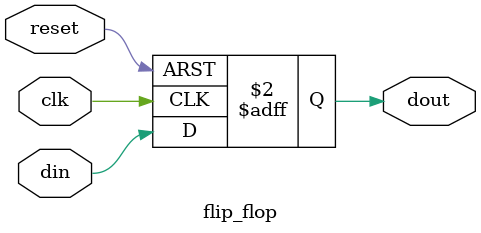
<source format=v>

module flip_flop(clk,reset,din,dout);
input clk,reset;
input din;
output reg dout;
always @(posedge clk or posedge reset)
	if(reset)
		dout<=0;
	else
		dout<=din;
endmodule 
</source>
